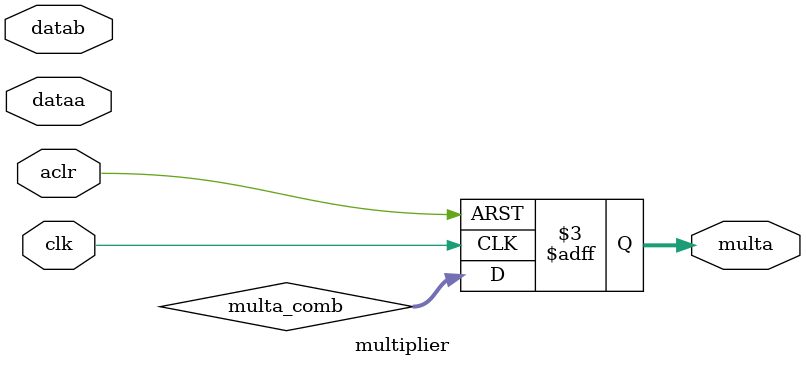
<source format=v>
module multiplier #(parameter data_width =32)
( 	input wire signed [data_width-1:0] dataa,
	input wire signed  [data_width-1:0] datab,
	input clk, aclr,
	output reg signed  [(2*data_width)-1:0] multa
);


reg signed [(2*data_width)-1:0] multa_comb, multa_complement;
wire A_is_pos, B_is_pos;
reg signed  [data_width-1:0]	dataa_comb,datab_comb;

/*checking whether input numbers are +Ve or -Ve
		//assign A_is_pos = (dataa[data_width-1]==1'b0) ? 1'b1 : 1'b0;
		//assign B_is_pos = (datab[data_width-1]==1'b0) ? 1'b1 : 1'b0;
	
	// Store the results of the operations on the current data
	//always @ (*)
	//begin
		//case({A_is_pos, B_is_pos})
		//2'b00 : begin
			//	dataa_comb = ~dataa + 1'b1;
				//datab_comb = ~datab + 1'b1;		
				//multa_complement = dataa_comb * datab_comb;	
		//		multa_comb = multa_complement;
				end
//		2'b01 : begin
//				dataa_comb = ~dataa + 1'b1;
//				datab_comb = datab;				
//				multa_complement = dataa_comb * datab_comb;
//				multa_comb = ~multa_complement + 1'b1;
//				end
//		2'b11 : begin
//				dataa_comb = dataa ;
//				datab_comb = datab ;
//				multa_complement = dataa_comb * datab_comb;	
//				multa_comb = multa_complement;
//				end
		2'b10 : begin
				dataa_comb = dataa;
				datab_comb = ~datab + 1'b1;	
				multa_complement = dataa_comb * datab_comb;
				multa_comb = ~multa_complement + 1'b1;				
				end

	endcase
	end
	*/
	
	
	
	always @ (posedge clk or negedge aclr)
	begin
		if (~aclr)
		begin
			multa <= 0;
		end
		
		else 
		begin
			multa <= multa_comb;
		end
		
	end
	
endmodule	
</source>
